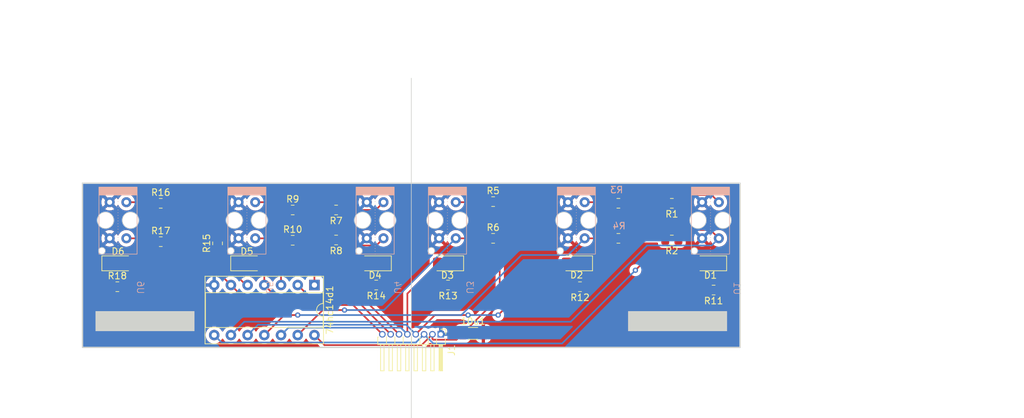
<source format=kicad_pcb>
(kicad_pcb (version 20240108) (generator "pcbnew") (generator_version "8.0")
  (layers (0 "F.Cu" signal) (31 "B.Cu" signal) (34 "B.Paste" user) (35 "F.Paste" user) (36 "B.SilkS" user "B.Silkscreen") (37 "F.SilkS" user "F.Silkscreen") (38 "B.Mask" user) (39 "F.Mask" user) (44 "Edge.Cuts" user))
  (net 0 "")
  (net 1 "Net-(R1-Pad1)")
  (net 2 "GND")
  (net 3 "Net-(R3-Pad1)")
  (net 4 "Net-(R16-Pad1)")
  (net 5 "VCC")
  (net 6 "/sensor1_unfiltered")
  (net 7 "/sensor1")
  (net 8 "/sensor2")
  (net 9 "/sensor3")
  (net 10 "/sensor4")
  (net 11 "/sensor6_unfiltered")
  (net 12 "Net-(R7-Pad1)")
  (net 13 "Net-(D4-K)")
  (net 14 "/sensor5")
  (net 15 "Net-(D1-K)")
  (net 16 "Net-(D2-K)")
  (net 17 "Net-(D3-K)")
  (net 18 "Net-(D5-K)")
  (net 19 "Net-(D6-K)")
  (net 20 "/sensor2_unfiltered")
  (net 21 "Net-(R5-Pad1)")
  (net 22 "/sensor3_unfiltered")
  (net 23 "/sensor4_unfiltered")
  (net 24 "Net-(R9-Pad1)")
  (net 25 "/sensor5_unfiltered")
  (net 26 "/sensor6")
  (footprint "Resistor_SMD:R_0805_2012Metric_Pad1.20x1.40mm_HandSolder" (layer "F.Cu") (at 193.04 83.058 180)
    (property "Reference" "R1" (at 0 -1.65 0) (layer "F.SilkS"))
    (property "Value" "220")
    (fp_line (start -0.227064 0.735) (end 0.227064 0.735) (stroke (width 0.12)) (layer "F.SilkS"))
    (fp_line (start -0.227064 -0.735) (end 0.227064 -0.735) (stroke (width 0.12)) (layer "F.SilkS"))
    (pad "1" smd roundrect (at -1 0 180) (size 1.2 1.4) (layers "F.Cu" "F.Paste" "F.Mask") (roundrect_rratio 0.208333) (net 1 "Net-(R1-Pad1)"))
    (pad "2" smd roundrect (at 1 0 180) (size 1.2 1.4) (layers "F.Cu" "F.Paste" "F.Mask") (roundrect_rratio 0.208333) (net 5 "VCC"))
  )
  (footprint "LED_SMD:LED_1206_3216Metric_Pad1.42x1.75mm_HandSolder" (layer "F.Cu") (at 147.916 92.202 180)
    (property "Reference" "D4" (at 0 -1.82 0) (layer "F.SilkS"))
    (property "Value" "LED")
    (fp_line (start 1.6 -1.135) (end -2.46 -1.135) (stroke (width 0.12)) (layer "F.SilkS"))
    (fp_line (start -2.46 1.135) (end 1.6 1.135) (stroke (width 0.12)) (layer "F.SilkS"))
    (fp_line (start -2.46 -1.135) (end -2.46 1.135) (stroke (width 0.12)) (layer "F.SilkS"))
    (pad "1" smd roundrect (at -1.4875 0 180) (size 1.425 1.75) (layers "F.Cu" "F.Paste" "F.Mask") (roundrect_rratio 0.175439) (net 13 "Net-(D4-K)"))
    (pad "2" smd roundrect (at 1.4875 0 180) (size 1.425 1.75) (layers "F.Cu" "F.Paste" "F.Mask") (roundrect_rratio 0.175439) (net 10 "/sensor4"))
  )
  (footprint "LED_SMD:LED_1206_3216Metric_Pad1.42x1.75mm_HandSolder" (layer "F.Cu") (at 158.916 92.202 180)
    (property "Reference" "D3" (at 0 -1.82 0) (layer "F.SilkS"))
    (property "Value" "LED")
    (fp_line (start 1.6 -1.135) (end -2.46 -1.135) (stroke (width 0.12)) (layer "F.SilkS"))
    (fp_line (start -2.46 1.135) (end 1.6 1.135) (stroke (width 0.12)) (layer "F.SilkS"))
    (fp_line (start -2.46 -1.135) (end -2.46 1.135) (stroke (width 0.12)) (layer "F.SilkS"))
    (pad "1" smd roundrect (at -1.4875 0 180) (size 1.425 1.75) (layers "F.Cu" "F.Paste" "F.Mask") (roundrect_rratio 0.175439) (net 17 "Net-(D3-K)"))
    (pad "2" smd roundrect (at 1.4875 0 180) (size 1.425 1.75) (layers "F.Cu" "F.Paste" "F.Mask") (roundrect_rratio 0.175439) (net 9 "/sensor3"))
  )
  (footprint "Resistor_SMD:R_0805_2012Metric_Pad1.20x1.40mm_HandSolder" (layer "F.Cu") (at 199.39 96.266 180)
    (property "Reference" "R11" (at 0 -1.65 0) (layer "F.SilkS"))
    (property "Value" "1k")
    (fp_line (start -0.227064 0.735) (end 0.227064 0.735) (stroke (width 0.12)) (layer "F.SilkS"))
    (fp_line (start -0.227064 -0.735) (end 0.227064 -0.735) (stroke (width 0.12)) (layer "F.SilkS"))
    (pad "1" smd roundrect (at -1 0 180) (size 1.2 1.4) (layers "F.Cu" "F.Paste" "F.Mask") (roundrect_rratio 0.208333) (net 15 "Net-(D1-K)"))
    (pad "2" smd roundrect (at 1 0 180) (size 1.2 1.4) (layers "F.Cu" "F.Paste" "F.Mask") (roundrect_rratio 0.208333) (net 2 "GND"))
  )
  (footprint "Capacitor_SMD:C_1206_3216Metric_Pad1.33x1.80mm_HandSolder" (layer "F.Cu") (at 162.814 102.87)
    (property "Reference" "10u1" (at 0 -1.85 0) (layer "F.SilkS"))
    (property "Value" "CAP")
    (fp_line (start -0.711252 -0.91) (end 0.711252 -0.91) (stroke (width 0.12)) (layer "F.SilkS"))
    (fp_line (start -0.711252 0.91) (end 0.711252 0.91) (stroke (width 0.12)) (layer "F.SilkS"))
    (pad "1" smd roundrect (at -1.5625 0) (size 1.325 1.8) (layers "F.Cu" "F.Paste" "F.Mask") (roundrect_rratio 0.188679) (net 5 "VCC"))
    (pad "2" smd roundrect (at 1.5625 0) (size 1.325 1.8) (layers "F.Cu" "F.Paste" "F.Mask") (roundrect_rratio 0.188679) (net 2 "GND"))
  )
  (footprint "Resistor_SMD:R_0805_2012Metric_Pad1.20x1.40mm_HandSolder" (layer "F.Cu") (at 123.952 89.154 90)
    (property "Reference" "R15" (at 0 -1.65 90) (layer "F.SilkS"))
    (property "Value" "1k")
    (fp_line (start -0.227064 -0.735) (end 0.227064 -0.735) (stroke (width 0.12)) (layer "F.SilkS"))
    (fp_line (start -0.227064 0.735) (end 0.227064 0.735) (stroke (width 0.12)) (layer "F.SilkS"))
    (pad "1" smd roundrect (at -1 0 90) (size 1.2 1.4) (layers "F.Cu" "F.Paste" "F.Mask") (roundrect_rratio 0.208333) (net 18 "Net-(D5-K)"))
    (pad "2" smd roundrect (at 1 0 90) (size 1.2 1.4) (layers "F.Cu" "F.Paste" "F.Mask") (roundrect_rratio 0.208333) (net 2 "GND"))
  )
  (footprint "Resistor_SMD:R_0805_2012Metric_Pad1.20x1.40mm_HandSolder" (layer "F.Cu") (at 193.04 88.646 180)
    (property "Reference" "R2" (at 0 -1.65 0) (layer "F.SilkS"))
    (property "Value" "10k")
    (fp_line (start -0.227064 0.735) (end 0.227064 0.735) (stroke (width 0.12)) (layer "F.SilkS"))
    (fp_line (start -0.227064 -0.735) (end 0.227064 -0.735) (stroke (width 0.12)) (layer "F.SilkS"))
    (pad "1" smd roundrect (at -1 0 180) (size 1.2 1.4) (layers "F.Cu" "F.Paste" "F.Mask") (roundrect_rratio 0.208333) (net 6 "/sensor1_unfiltered"))
    (pad "2" smd roundrect (at 1 0 180) (size 1.2 1.4) (layers "F.Cu" "F.Paste" "F.Mask") (roundrect_rratio 0.208333) (net 5 "VCC"))
  )
  (footprint "Connector_PinHeader_1.27mm:PinHeader_1x08_P1.27mm_Horizontal" (layer "F.Cu") (at 157.9 103 -90)
    (property "Reference" "J1" (at 2.4325 -1.635 90) (layer "F.SilkS"))
    (property "Value" "Conn_01x08_Pin")
    (fp_line (start 0.44 9.585) (end 0.44 9.509677) (stroke (width 0.12)) (layer "F.SilkS"))
    (fp_line (start 1.56 9.585) (end 0.44 9.585) (stroke (width 0.12)) (layer "F.SilkS"))
    (fp_line (start 5.56 9.15) (end 1.56 9.15) (stroke (width 0.12)) (layer "F.SilkS"))
    (fp_line (start 1.56 8.63) (end 5.56 8.63) (stroke (width 0.12)) (layer "F.SilkS"))
    (fp_line (start 5.56 8.63) (end 5.56 9.15) (stroke (width 0.12)) (layer "F.SilkS"))
    (fp_line (start 0.44 8.255) (end 1.56 8.255) (stroke (width 0.12)) (layer "F.SilkS"))
    (fp_line (start 0.44 8.239677) (end 0.44 8.270323) (stroke (width 0.12)) (layer "F.SilkS"))
    (fp_line (start 5.56 7.88) (end 1.56 7.88) (stroke (width 0.12)) (layer "F.SilkS"))
    (fp_line (start 1.56 7.36) (end 5.56 7.36) (stroke (width 0.12)) (layer "F.SilkS"))
    (fp_line (start 5.56 7.36) (end 5.56 7.88) (stroke (width 0.12)) (layer "F.SilkS"))
    (fp_line (start 0.44 6.985) (end 1.56 6.985) (stroke (width 0.12)) (layer "F.SilkS"))
    (fp_line (start 0.44 6.969677) (end 0.44 7.000323) (stroke (width 0.12)) (layer "F.SilkS"))
    (fp_line (start 5.56 6.61) (end 1.56 6.61) (stroke (width 0.12)) (layer "F.SilkS"))
    (fp_line (start 1.56 6.09) (end 5.56 6.09) (stroke (width 0.12)) (layer "F.SilkS"))
    (fp_line (start 5.56 6.09) (end 5.56 6.61) (stroke (width 0.12)) (layer "F.SilkS"))
    (fp_line (start 0.44 5.715) (end 1.56 5.715) (stroke (width 0.12)) (layer "F.SilkS"))
    (fp_line (start 0.44 5.699677) (end 0.44 5.730323) (stroke (width 0.12)) (layer "F.SilkS"))
    (fp_line (start 5.56 5.34) (end 1.56 5.34) (stroke (width 0.12)) (layer "F.SilkS"))
    (fp_line (start 1.56 4.82) (end 5.56 4.82) (stroke (width 0.12)) (layer "F.SilkS"))
    (fp_line (start 5.56 4.82) (end 5.56 5.34) (stroke (width 0.12)) (layer "F.SilkS"))
    (fp_line (start 0.44 4.445) (end 1.56 4.445) (stroke (width 0.12)) (layer "F.SilkS"))
    (fp_line (start 0.44 4.429677) (end 0.44 4.460323) (stroke (width 0.12)) (layer "F.SilkS"))
    (fp_line (start 5.56 4.07) (end 1.56 4.07) (stroke (width 0.12)) (layer "F.SilkS"))
    (fp_line (start 1.56 3.55) (end 5.56 3.55) (stroke (width 0.12)) (layer "F.SilkS"))
    (fp_line (start 5.56 3.55) (end 5.56 4.07) (stroke (width 0.12)) (layer "F.SilkS"))
    (fp_line (start 0.44 3.175) (end 1.56 3.175) (stroke (width 0.12)) (layer "F.SilkS"))
    (fp_line (start 0.44 3.159677) (end 0.44 3.190323) (stroke (width 0.12)) (layer "F.SilkS"))
    (fp_line (start 5.56 2.8) (end 1.56 2.8) (stroke (width 0.12)) (layer "F.SilkS"))
    (fp_line (start 1.56 2.28) (end 5.56 2.28) (stroke (width 0.12)) (layer "F.SilkS"))
    (fp_line (start 5.56 2.28) (end 5.56 2.8) (stroke (width 0.12)) (layer "F.SilkS"))
    (fp_line (start 0.44 1.905) (end 1.56 1.905) (stroke (width 0.12)) (layer "F.SilkS"))
    (fp_line (start 0.44 1.889677) (end 0.44 1.920323) (stroke (width 0.12)) (layer "F.SilkS"))
    (fp_line (start 5.56 1.53) (end 1.56 1.53) (stroke (width 0.12)) (layer "F.SilkS"))
    (fp_line (start 1.56 1.01) (end 5.56 1.01) (stroke (width 0.12)) (layer "F.SilkS"))
    (fp_line (start 5.56 1.01) (end 5.56 1.53) (stroke (width 0.12)) (layer "F.SilkS"))
    (fp_line (start 0.76 0.635) (end 1.56 0.635) (stroke (width 0.12)) (layer "F.SilkS"))
    (fp_line (start 5.56 0.26) (end 1.56 0.26) (stroke (width 0.12)) (layer "F.SilkS"))
    (fp_line (start 1.56 0.16) (end 5.56 0.16) (stroke (width 0.12)) (layer "F.SilkS"))
    (fp_line (start 1.56 0.04) (end 5.56 0.04) (stroke (width 0.12)) (layer "F.SilkS"))
    (fp_line (start -0.76 0) (end -0.76 -0.76) (stroke (width 0.12)) (layer "F.SilkS"))
    (fp_line (start 1.56 -0.08) (end 5.56 -0.08) (stroke (width 0.12)) (layer "F.SilkS"))
    (fp_line (start 1.56 -0.2) (end 5.56 -0.2) (stroke (width 0.12)) (layer "F.SilkS"))
    (fp_line (start 1.56 -0.26) (end 5.56 -0.26) (stroke (width 0.12)) (layer "F.SilkS"))
    (fp_line (start 5.56 -0.26) (end 5.56 0.26) (stroke (width 0.12)) (layer "F.SilkS"))
    (fp_line (start 0.76 -0.695) (end 1.56 -0.695) (stroke (width 0.12)) (layer "F.SilkS"))
    (fp_line (start 1.56 -0.695) (end 1.56 9.585) (stroke (width 0.12)) (layer "F.SilkS"))
    (fp_line (start -0.76 -0.76) (end 0 -0.76) (stroke (width 0.12)) (layer "F.SilkS"))
    (pad "1" thru_hole rect (at 0 0 270) (size 1 1) (drill 0.65) (layers "*.Cu" "*.Mask") (net 2 "GND"))
    (pad "2" thru_hole oval (at 0 1.27 270) (size 1 1) (drill 0.65) (layers "*.Cu" "*.Mask") (net 5 "VCC"))
    (pad "3" thru_hole oval (at 0 2.54 270) (size 1 1) (drill 0.65) (layers "*.Cu" "*.Mask") (net 7 "/sensor1"))
    (pad "4" thru_hole oval (at 0 3.81 270) (size 1 1) (drill 0.65) (layers "*.Cu" "*.Mask") (net 8 "/sensor2"))
    (pad "5" thru_hole oval (at 0 5.08 270) (size 1 1) (drill 0.65) (layers "*.Cu" "*.Mask") (net 9 "/sensor3"))
    (pad "6" thru_hole oval (at 0 6.35 270) (size 1 1) (drill 0.65) (layers "*.Cu" "*.Mask") (net 10 "/sensor4"))
    (pad "7" thru_hole oval (at 0 7.62 270) (size 1 1) (drill 0.65) (layers "*.Cu" "*.Mask") (net 14 "/sensor5"))
    (pad "8" thru_hole oval (at 0 8.89 270) (size 1 1) (drill 0.65) (layers "*.Cu" "*.Mask") (net 26 "/sensor6"))
  )
  (footprint "Resistor_SMD:R_0805_2012Metric_Pad1.20x1.40mm_HandSolder" (layer "F.Cu") (at 184.912 88.392)
    (property "Reference" "R4" (at 0.108 -1.878 0) (layer "B.SilkS") (effects (justify mirror)))
    (property "Value" "10k")
    (fp_line (start -0.227064 -0.735) (end 0.227064 -0.735) (stroke (width 0.12)) (layer "F.SilkS"))
    (fp_line (start -0.227064 0.735) (end 0.227064 0.735) (stroke (width 0.12)) (layer "F.SilkS"))
    (pad "1" smd roundrect (at -1 0) (size 1.2 1.4) (layers "F.Cu" "F.Paste" "F.Mask") (roundrect_rratio 0.208333) (net 20 "/sensor2_unfiltered"))
    (pad "2" smd roundrect (at 1 0) (size 1.2 1.4) (layers "F.Cu" "F.Paste" "F.Mask") (roundrect_rratio 0.208333) (net 5 "VCC"))
  )
  (footprint "Resistor_SMD:R_0805_2012Metric_Pad1.20x1.40mm_HandSolder" (layer "F.Cu") (at 135.382 88.6856)
    (property "Reference" "R10" (at 0 -1.65 0) (layer "F.SilkS"))
    (property "Value" "10k")
    (fp_line (start -0.227064 -0.735) (end 0.227064 -0.735) (stroke (width 0.12)) (layer "F.SilkS"))
    (fp_line (start -0.227064 0.735) (end 0.227064 0.735) (stroke (width 0.12)) (layer "F.SilkS"))
    (pad "1" smd roundrect (at -1 0) (size 1.2 1.4) (layers "F.Cu" "F.Paste" "F.Mask") (roundrect_rratio 0.208333) (net 25 "/sensor5_unfiltered"))
    (pad "2" smd roundrect (at 1 0) (size 1.2 1.4) (layers "F.Cu" "F.Paste" "F.Mask") (roundrect_rratio 0.208333) (net 5 "VCC"))
  )
  (footprint "LED_SMD:LED_1206_3216Metric_Pad1.42x1.75mm_HandSolder" (layer "F.Cu") (at 128.416 92.202)
    (property "Reference" "D5" (at 0 -1.82 0) (layer "F.SilkS"))
    (property "Value" "LED")
    (fp_line (start -2.46 -1.135) (end -2.46 1.135) (stroke (width 0.12)) (layer "F.SilkS"))
    (fp_line (start -2.46 1.135) (end 1.6 1.135) (stroke (width 0.12)) (layer "F.SilkS"))
    (fp_line (start 1.6 -1.135) (end -2.46 -1.135) (stroke (width 0.12)) (layer "F.SilkS"))
    (pad "1" smd roundrect (at -1.4875 0) (size 1.425 1.75) (layers "F.Cu" "F.Paste" "F.Mask") (roundrect_rratio 0.175439) (net 18 "Net-(D5-K)"))
    (pad "2" smd roundrect (at 1.4875 0) (size 1.425 1.75) (layers "F.Cu" "F.Paste" "F.Mask") (roundrect_rratio 0.175439) (net 14 "/sensor5"))
  )
  (footprint "Resistor_SMD:R_0805_2012Metric_Pad1.20x1.40mm_HandSolder" (layer "F.Cu") (at 159.004 95.504 180)
    (property "Reference" "R13" (at 0 -1.65 0) (layer "F.SilkS"))
    (property "Value" "1k")
    (fp_line (start -0.227064 0.735) (end 0.227064 0.735) (stroke (width 0.12)) (layer "F.SilkS"))
    (fp_line (start -0.227064 -0.735) (end 0.227064 -0.735) (stroke (width 0.12)) (layer "F.SilkS"))
    (pad "1" smd roundrect (at -1 0 180) (size 1.2 1.4) (layers "F.Cu" "F.Paste" "F.Mask") (roundrect_rratio 0.208333) (net 17 "Net-(D3-K)"))
    (pad "2" smd roundrect (at 1 0 180) (size 1.2 1.4) (layers "F.Cu" "F.Paste" "F.Mask") (roundrect_rratio 0.208333) (net 2 "GND"))
  )
  (footprint "Resistor_SMD:R_0805_2012Metric_Pad1.20x1.40mm_HandSolder" (layer "F.Cu") (at 141.986 84.074 180)
    (property "Reference" "R7" (at 0 -1.65 0) (layer "F.SilkS"))
    (property "Value" "220")
    (fp_line (start -0.227064 0.735) (end 0.227064 0.735) (stroke (width 0.12)) (layer "F.SilkS"))
    (fp_line (start -0.227064 -0.735) (end 0.227064 -0.735) (stroke (width 0.12)) (layer "F.SilkS"))
    (pad "1" smd roundrect (at -1 0 180) (size 1.2 1.4) (layers "F.Cu" "F.Paste" "F.Mask") (roundrect_rratio 0.208333) (net 12 "Net-(R7-Pad1)"))
    (pad "2" smd roundrect (at 1 0 180) (size 1.2 1.4) (layers "F.Cu" "F.Paste" "F.Mask") (roundrect_rratio 0.208333) (net 5 "VCC"))
  )
  (footprint "LED_SMD:LED_1206_3216Metric_Pad1.42x1.75mm_HandSolder" (layer "F.Cu") (at 178.516 92.202 180)
    (property "Reference" "D2" (at -0.046 -1.778 0) (layer "F.SilkS"))
    (property "Value" "LED")
    (fp_line (start 1.6 -1.135) (end -2.46 -1.135) (stroke (width 0.12)) (layer "F.SilkS"))
    (fp_line (start -2.46 1.135) (end 1.6 1.135) (stroke (width 0.12)) (layer "F.SilkS"))
    (fp_line (start -2.46 -1.135) (end -2.46 1.135) (stroke (width 0.12)) (layer "F.SilkS"))
    (pad "1" smd roundrect (at -1.4875 0 180) (size 1.425 1.75) (layers "F.Cu" "F.Paste" "F.Mask") (roundrect_rratio 0.175439) (net 16 "Net-(D2-K)"))
    (pad "2" smd roundrect (at 1.4875 0 180) (size 1.425 1.75) (layers "F.Cu" "F.Paste" "F.Mask") (roundrect_rratio 0.175439) (net 8 "/sensor2"))
  )
  (footprint "Resistor_SMD:R_0805_2012Metric_Pad1.20x1.40mm_HandSolder" (layer "F.Cu") (at 165.862 88.392)
    (property "Reference" "R6" (at 0 -1.65 0) (layer "F.SilkS"))
    (property "Value" "10k")
    (fp_line (start -0.227064 -0.735) (end 0.227064 -0.735) (stroke (width 0.12)) (layer "F.SilkS"))
    (fp_line (start -0.227064 0.735) (end 0.227064 0.735) (stroke (width 0.12)) (layer "F.SilkS"))
    (pad "1" smd roundrect (at -1 0) (size 1.2 1.4) (layers "F.Cu" "F.Paste" "F.Mask") (roundrect_rratio 0.208333) (net 22 "/sensor3_unfiltered"))
    (pad "2" smd roundrect (at 1 0) (size 1.2 1.4) (layers "F.Cu" "F.Paste" "F.Mask") (roundrect_rratio 0.208333) (net 5 "VCC"))
  )
  (footprint "Resistor_SMD:R_0805_2012Metric_Pad1.20x1.40mm_HandSolder" (layer "F.Cu") (at 108.712 95.758)
    (property "Reference" "R18" (at 0 -1.65 0) (layer "F.SilkS"))
    (property "Value" "1k")
    (fp_line (start -0.227064 -0.735) (end 0.227064 -0.735) (stroke (width 0.12)) (layer "F.SilkS"))
    (fp_line (start -0.227064 0.735) (end 0.227064 0.735) (stroke (width 0.12)) (layer "F.SilkS"))
    (pad "1" smd roundrect (at -1 0) (size 1.2 1.4) (layers "F.Cu" "F.Paste" "F.Mask") (roundrect_rratio 0.208333) (net 19 "Net-(D6-K)"))
    (pad "2" smd roundrect (at 1 0) (size 1.2 1.4) (layers "F.Cu" "F.Paste" "F.Mask") (roundrect_rratio 0.208333) (net 2 "GND"))
  )
  (footprint "Resistor_SMD:R_0805_2012Metric_Pad1.20x1.40mm_HandSolder" (layer "F.Cu") (at 135.382 84.074)
    (property "Reference" "R9" (at 0 -1.65 0) (layer "F.SilkS"))
    (property "Value" "220")
    (fp_line (start -0.227064 -0.735) (end 0.227064 -0.735) (stroke (width 0.12)) (layer "F.SilkS"))
    (fp_line (start -0.227064 0.735) (end 0.227064 0.735) (stroke (width 0.12)) (layer "F.SilkS"))
    (pad "1" smd roundrect (at -1 0) (size 1.2 1.4) (layers "F.Cu" "F.Paste" "F.Mask") (roundrect_rratio 0.208333) (net 24 "Net-(R9-Pad1)"))
    (pad "2" smd roundrect (at 1 0) (size 1.2 1.4) (layers "F.Cu" "F.Paste" "F.Mask") (roundrect_rratio 0.208333) (net 5 "VCC"))
  )
  (footprint "LED_SMD:LED_1206_3216Metric_Pad1.42x1.75mm_HandSolder" (layer "F.Cu") (at 108.816 92.202)
    (property "Reference" "D6" (at 0 -1.82 0) (layer "F.SilkS"))
    (property "Value" "LED")
    (fp_line (start -2.46 -1.135) (end -2.46 1.135) (stroke (width 0.12)) (layer "F.SilkS"))
    (fp_line (start -2.46 1.135) (end 1.6 1.135) (stroke (width 0.12)) (layer "F.SilkS"))
    (fp_line (start 1.6 -1.135) (end -2.46 -1.135) (stroke (width 0.12)) (layer "F.SilkS"))
    (pad "1" smd roundrect (at -1.4875 0) (size 1.425 1.75) (layers "F.Cu" "F.Paste" "F.Mask") (roundrect_rratio 0.175439) (net 19 "Net-(D6-K)"))
    (pad "2" smd roundrect (at 1.4875 0) (size 1.425 1.75) (layers "F.Cu" "F.Paste" "F.Mask") (roundrect_rratio 0.175439) (net 26 "/sensor6"))
  )
  (footprint "Resistor_SMD:R_0805_2012Metric_Pad1.20x1.40mm_HandSolder" (layer "F.Cu") (at 141.986 88.646 180)
    (property "Reference" "R8" (at 0 -1.65 0) (layer "F.SilkS"))
    (property "Value" "10k")
    (fp_line (start -0.227064 0.735) (end 0.227064 0.735) (stroke (width 0.12)) (layer "F.SilkS"))
    (fp_line (start -0.227064 -0.735) (end 0.227064 -0.735) (stroke (width 0.12)) (layer "F.SilkS"))
    (pad "1" smd roundrect (at -1 0 180) (size 1.2 1.4) (layers "F.Cu" "F.Paste" "F.Mask") (roundrect_rratio 0.208333) (net 23 "/sensor4_unfiltered"))
    (pad "2" smd roundrect (at 1 0 180) (size 1.2 1.4) (layers "F.Cu" "F.Paste" "F.Mask") (roundrect_rratio 0.208333) (net 5 "VCC"))
  )
  (footprint "Resistor_SMD:R_0805_2012Metric_Pad1.20x1.40mm_HandSolder" (layer "F.Cu") (at 115.316 83.058)
    (property "Reference" "R16" (at 0 -1.65 0) (layer "F.SilkS"))
    (property "Value" "220")
    (fp_line (start -0.227064 -0.735) (end 0.227064 -0.735) (stroke (width 0.12)) (layer "F.SilkS"))
    (fp_line (start -0.227064 0.735) (end 0.227064 0.735) (stroke (width 0.12)) (layer "F.SilkS"))
    (pad "1" smd roundrect (at -1 0) (size 1.2 1.4) (layers "F.Cu" "F.Paste" "F.Mask") (roundrect_rratio 0.208333) (net 4 "Net-(R16-Pad1)"))
    (pad "2" smd roundrect (at 1 0) (size 1.2 1.4) (layers "F.Cu" "F.Paste" "F.Mask") (roundrect_rratio 0.208333) (net 5 "VCC"))
  )
  (footprint "Package_DIP:DIP-14_W7.62mm_Socket" (layer "F.Cu") (at 138.684 95.504 -90)
    (property "Reference" "74hc14d1" (at 3.81 -2.33 90) (layer "F.SilkS"))
    (property "Value" "A_14-LC-TT")
    (fp_line (start -1.33 16.63) (end 8.95 16.63) (stroke (width 0.12)) (layer "F.SilkS"))
    (fp_line (start 8.95 16.63) (end 8.95 -1.39) (stroke (width 0.12)) (layer "F.SilkS"))
    (fp_line (start 1.16 16.57) (end 6.46 16.57) (stroke (width 0.12)) (layer "F.SilkS"))
    (fp_line (start 6.46 16.57) (end 6.46 -1.33) (stroke (width 0.12)) (layer "F.SilkS"))
    (fp_line (start 1.16 -1.33) (end 1.16 16.57) (stroke (width 0.12)) (layer "F.SilkS"))
    (fp_line (start 2.81 -1.33) (end 1.16 -1.33) (stroke (width 0.12)) (layer "F.SilkS"))
    (fp_line (start 6.46 -1.33) (end 4.81 -1.33) (stroke (width 0.12)) (layer "F.SilkS"))
    (fp_line (start -1.33 -1.39) (end -1.33 16.63) (stroke (width 0.12)) (layer "F.SilkS"))
    (fp_line (start 8.95 -1.39) (end -1.33 -1.39) (stroke (width 0.12)) (layer "F.SilkS"))
    (fp_arc (start 4.81 -1.33) (mid 3.81 -0.33) (end 2.81 -1.33) (stroke (width 0.12)) (layer "F.SilkS"))
    (pad "1" thru_hole rect (at 0 0 270) (size 1.6 1.6) (drill 0.8) (layers "*.Cu" "*.Mask") (net 23 "/sensor4_unfiltered"))
    (pad "2" thru_hole oval (at 0 2.54 270) (size 1.6 1.6) (drill 0.8) (layers "*.Cu" "*.Mask") (net 10 "/sensor4"))
    (pad "3" thru_hole oval (at 0 5.08 270) (size 1.6 1.6) (drill 0.8) (layers "*.Cu" "*.Mask") (net 25 "/sensor5_unfiltered"))
    (pad "4" thru_hole oval (at 0 7.62 270) (size 1.6 1.6) (drill 0.8) (layers "*.Cu" "*.Mask") (net 14 "/sensor5"))
    (pad "5" thru_hole oval (at 0 10.16 270) (size 1.6 1.6) (drill 0.8) (layers "*.Cu" "*.Mask") (net 11 "/sensor6_unfiltered"))
    (pad "6" thru_hole oval (at 0 12.7 270) (size 1.6 1.6) (drill 0.8) (layers "*.Cu" "*.Mask") (net 26 "/sensor6"))
    (pad "7" thru_hole oval (at 0 15.24 270) (size 1.6 1.6) (drill 0.8) (layers "*.Cu" "*.Mask") (net 2 "GND"))
    (pad "8" thru_hole oval (at 7.62 15.24 270) (size 1.6 1.6) (drill 0.8) (layers "*.Cu" "*.Mask") (net 7 "/sensor1"))
    (pad "9" thru_hole oval (at 7.62 12.7 270) (size 1.6 1.6) (drill 0.8) (layers "*.Cu" "*.Mask") (net 6 "/sensor1_unfiltered"))
    (pad "10" thru_hole oval (at 7.62 10.16 270) (size 1.6 1.6) (drill 0.8) (layers "*.Cu" "*.Mask") (net 8 "/sensor2"))
    (pad "11" thru_hole oval (at 7.62 7.62 270) (size 1.6 1.6) (drill 0.8) (layers "*.Cu" "*.Mask") (net 20 "/sensor2_unfiltered"))
    (pad "12" thru_hole oval (at 7.62 5.08 270) (size 1.6 1.6) (drill 0.8) (layers "*.Cu" "*.Mask") (net 9 "/sensor3"))
    (pad "13" thru_hole oval (at 7.62 2.54 270) (size 1.6 1.6) (drill 0.8) (layers "*.Cu" "*.Mask") (net 22 "/sensor3_unfiltered"))
    (pad "14" thru_hole oval (at 7.62 0 270) (size 1.6 1.6) (drill 0.8) (layers "*.Cu" "*.Mask") (net 5 "VCC"))
  )
  (footprint "Resistor_SMD:R_0805_2012Metric_Pad1.20x1.40mm_HandSolder" (layer "F.Cu") (at 165.862 82.804)
    (property "Reference" "R5" (at 0 -1.65 0) (layer "F.SilkS"))
    (property "Value" "220")
    (fp_line (start -0.227064 -0.735) (end 0.227064 -0.735) (stroke (width 0.12)) (layer "F.SilkS"))
    (fp_line (start -0.227064 0.735) (end 0.227064 0.735) (stroke (width 0.12)) (layer "F.SilkS"))
    (pad "1" smd roundrect (at -1 0) (size 1.2 1.4) (layers "F.Cu" "F.Paste" "F.Mask") (roundrect_rratio 0.208333) (net 21 "Net-(R5-Pad1)"))
    (pad "2" smd roundrect (at 1 0) (size 1.2 1.4) (layers "F.Cu" "F.Paste" "F.Mask") (roundrect_rratio 0.208333) (net 5 "VCC"))
  )
  (footprint "Resistor_SMD:R_0805_2012Metric_Pad1.20x1.40mm_HandSolder" (layer "F.Cu") (at 148.082 95.504 180)
    (property "Reference" "R14" (at 0 -1.65 0) (layer "F.SilkS"))
    (property "Value" "1k")
    (fp_line (start -0.227064 0.735) (end 0.227064 0.735) (stroke (width 0.12)) (layer "F.SilkS"))
    (fp_line (start -0.227064 -0.735) (end 0.227064 -0.735) (stroke (width 0.12)) (layer "F.SilkS"))
    (pad "1" smd roundrect (at -1 0 180) (size 1.2 1.4) (layers "F.Cu" "F.Paste" "F.Mask") (roundrect_rratio 0.208333) (net 13 "Net-(D4-K)"))
    (pad "2" smd roundrect (at 1 0 180) (size 1.2 1.4) (layers "F.Cu" "F.Paste" "F.Mask") (roundrect_rratio 0.208333) (net 2 "GND"))
  )
  (footprint "LED_SMD:LED_1206_3216Metric_Pad1.42x1.75mm_HandSolder" (layer "F.Cu") (at 198.916 92.202 180)
    (property "Reference" "D1" (at 0 -1.82 0) (layer "F.SilkS"))
    (property "Value" "LED")
    (fp_line (start 1.6 -1.135) (end -2.46 -1.135) (stroke (width 0.12)) (layer "F.SilkS"))
    (fp_line (start -2.46 1.135) (end 1.6 1.135) (stroke (width 0.12)) (layer "F.SilkS"))
    (fp_line (start -2.46 -1.135) (end -2.46 1.135) (stroke (width 0.12)) (layer "F.SilkS"))
    (pad "1" smd roundrect (at -1.4875 0 180) (size 1.425 1.75) (layers "F.Cu" "F.Paste" "F.Mask") (roundrect_rratio 0.175439) (net 15 "Net-(D1-K)"))
    (pad "2" smd roundrect (at 1.4875 0 180) (size 1.425 1.75) (layers "F.Cu" "F.Paste" "F.Mask") (roundrect_rratio 0.175439) (net 7 "/sensor1"))
  )
  (footprint "Resistor_SMD:R_0805_2012Metric_Pad1.20x1.40mm_HandSolder" (layer "F.Cu") (at 184.912 83.058)
    (property "Reference" "R3" (at -0.2754 -2.039 0) (layer "B.SilkS") (effects (justify mirror)))
    (property "Value" "220")
    (fp_line (start -0.227064 -0.735) (end 0.227064 -0.735) (stroke (width 0.12)) (layer "F.SilkS"))
    (fp_line (start -0.227064 0.735) (end 0.227064 0.735) (stroke (width 0.12)) (layer "F.SilkS"))
    (pad "1" smd roundrect (at -1 0) (size 1.2 1.4) (layers "F.Cu" "F.Paste" "F.Mask") (roundrect_rratio 0.208333) (net 3 "Net-(R3-Pad1)"))
    (pad "2" smd roundrect (at 1 0) (size 1.2 1.4) (layers "F.Cu" "F.Paste" "F.Mask") (roundrect_rratio 0.208333) (net 5 "VCC"))
  )
  (footprint "Resistor_SMD:R_0805_2012Metric_Pad1.20x1.40mm_HandSolder" (layer "F.Cu") (at 115.316 88.9)
    (property "Reference" "R17" (at 0 -1.65 0) (layer "F.SilkS"))
    (property "Value" "10k")
    (fp_line (start -0.227064 -0.735) (end 0.227064 -0.735) (stroke (width 0.12)) (layer "F.SilkS"))
    (fp_line (start -0.227064 0.735) (end 0.227064 0.735) (stroke (width 0.12)) (layer "F.SilkS"))
    (pad "1" smd roundrect (at -1 0) (size 1.2 1.4) (layers "F.Cu" "F.Paste" "F.Mask") (roundrect_rratio 0.208333) (net 11 "/sensor6_unfiltered"))
    (pad "2" smd roundrect (at 1 0) (size 1.2 1.4) (layers "F.Cu" "F.Paste" "F.Mask") (roundrect_rratio 0.208333) (net 5 "VCC"))
  )
  (footprint "Resistor_SMD:R_0805_2012Metric_Pad1.20x1.40mm_HandSolder" (layer "F.Cu") (at 179.07 95.758 180)
    (property "Reference" "R12" (at 0 -1.65 0) (layer "F.SilkS"))
    (property "Value" "1k")
    (fp_line (start -0.227064 0.735) (end 0.227064 0.735) (stroke (width 0.12)) (layer "F.SilkS"))
    (fp_line (start -0.227064 -0.735) (end 0.227064 -0.735) (stroke (width 0.12)) (layer "F.SilkS"))
    (pad "1" smd roundrect (at -1 0 180) (size 1.2 1.4) (layers "F.Cu" "F.Paste" "F.Mask") (roundrect_rratio 0.208333) (net 16 "Net-(D2-K)"))
    (pad "2" smd roundrect (at 1 0 180) (size 1.2 1.4) (layers "F.Cu" "F.Paste" "F.Mask") (roundrect_rratio 0.208333) (net 2 "GND"))
  )
  (footprint "tcrt5000:tcrt5000" (layer "B.Cu") (at 201.816 90.793 90)
    (property "Reference" "U1" (at -5.219 1.13 -90) (layer "B.SilkS") (effects (font (thickness 0.1)) (justify mirror)))
    (property "Value" "TCMT4106")
    (fp_line (start 0 -2.9) (end 10.2 -2.9) (stroke (width 0.1) (type dot)) (layer "B.SilkS"))
    (fp_rect (start 9 0) (end 10.2 -5.8) (stroke (width 0.1)) (fill solid) (layer "B.SilkS"))
    (fp_rect (start 0 0) (end 9 -5.8) (stroke (width 0.1)) (fill none) (layer "B.SilkS"))
    (fp_circle (center 0.5 -5.35) (end 1 -5.35) (stroke (width 0.1)) (fill none) (layer "Edge.Cuts"))
    (fp_circle (center 5.15 -4.8) (end 6.4 -4.8) (stroke (width 0.1)) (fill none) (layer "Edge.Cuts"))
    (fp_circle (center 5.15 -1) (end 6.4 -1) (stroke (width 0.1)) (fill none) (layer "Edge.Cuts"))
    (pad "1" thru_hole circle (at 7.9 -1.63 90) (size 1.524 1.524) (drill 0.762) (layers "*.Cu" "*.Mask") (net 1 "Net-(R1-Pad1)"))
    (pad "2" thru_hole circle (at 7.9 -4.17 90) (size 1.524 1.524) (drill 0.762) (layers "*.Cu" "*.Mask") (net 2 "GND"))
    (pad "15" thru_hole circle (at 2.4 -4.17 90) (size 1.524 1.524) (drill 0.762) (layers "*.Cu" "*.Mask") (net 2 "GND"))
    (pad "16" thru_hole circle (at 2.4 -1.63 90) (size 1.524 1.524) (drill 0.762) (layers "*.Cu" "*.Mask") (net 6 "/sensor1_unfiltered"))
  )
  (footprint "tcrt5000:tcrt5000" (layer "B.Cu") (at 150.816 90.793 90)
    (property "Reference" "U4" (at -5.08 0.5 -90) (layer "B.SilkS") (effects (font (thickness 0.1)) (justify mirror)))
    (property "Value" "TCMT4106")
    (fp_line (start 0 -2.9) (end 10.2 -2.9) (stroke (width 0.1) (type dot)) (layer "B.SilkS"))
    (fp_rect (start 9 0) (end 10.2 -5.8) (stroke (width 0.1)) (fill solid) (layer "B.SilkS"))
    (fp_rect (start 0 0) (end 9 -5.8) (stroke (width 0.1)) (fill none) (layer "B.SilkS"))
    (fp_circle (center 0.5 -5.35) (end 1 -5.35) (stroke (width 0.1)) (fill none) (layer "Edge.Cuts"))
    (fp_circle (center 5.15 -4.8) (end 6.4 -4.8) (stroke (width 0.1)) (fill none) (layer "Edge.Cuts"))
    (fp_circle (center 5.15 -1) (end 6.4 -1) (stroke (width 0.1)) (fill none) (layer "Edge.Cuts"))
    (pad "1" thru_hole circle (at 7.9 -1.63 90) (size 1.524 1.524) (drill 0.762) (layers "*.Cu" "*.Mask") (net 12 "Net-(R7-Pad1)"))
    (pad "2" thru_hole circle (at 7.9 -4.17 90) (size 1.524 1.524) (drill 0.762) (layers "*.Cu" "*.Mask") (net 2 "GND"))
    (pad "15" thru_hole circle (at 2.4 -4.17 90) (size 1.524 1.524) (drill 0.762) (layers "*.Cu" "*.Mask") (net 2 "GND"))
    (pad "16" thru_hole circle (at 2.4 -1.63 90) (size 1.524 1.524) (drill 0.762) (layers "*.Cu" "*.Mask") (net 23 "/sensor4_unfiltered"))
  )
  (footprint "tcrt5000:tcrt5000" (layer "B.Cu") (at 131.316 90.793 90)
    (property "Reference" "U5" (at -5.08 0.5 -90) (layer "B.SilkS") (effects (font (thickness 0.1)) (justify mirror)))
    (property "Value" "TCMT4106")
    (fp_line (start 0 -2.9) (end 10.2 -2.9) (stroke (width 0.1) (type dot)) (layer "B.SilkS"))
    (fp_rect (start 9 0) (end 10.2 -5.8) (stroke (width 0.1)) (fill solid) (layer "B.SilkS"))
    (fp_rect (start 0 0) (end 9 -5.8) (stroke (width 0.1)) (fill none) (layer "B.SilkS"))
    (fp_circle (center 0.5 -5.35) (end 1 -5.35) (stroke (width 0.1)) (fill none) (layer "Edge.Cuts"))
    (fp_circle (center 5.15 -4.8) (end 6.4 -4.8) (stroke (width 0.1)) (fill none) (layer "Edge.Cuts"))
    (fp_circle (center 5.15 -1) (end 6.4 -1) (stroke (width 0.1)) (fill none) (layer "Edge.Cuts"))
    (pad "1" thru_hole circle (at 7.9 -1.63 90) (size 1.524 1.524) (drill 0.762) (layers "*.Cu" "*.Mask") (net 24 "Net-(R9-Pad1)"))
    (pad "2" thru_hole circle (at 7.9 -4.17 90) (size 1.524 1.524) (drill 0.762) (layers "*.Cu" "*.Mask") (net 2 "GND"))
    (pad "15" thru_hole circle (at 2.4 -4.17 90) (size 1.524 1.524) (drill 0.762) (layers "*.Cu" "*.Mask") (net 2 "GND"))
    (pad "16" thru_hole circle (at 2.4 -1.63 90) (size 1.524 1.524) (drill 0.762) (layers "*.Cu" "*.Mask") (net 25 "/sensor5_unfiltered"))
  )
  (footprint "tcrt5000:tcrt5000" (layer "B.Cu") (at 111.716 90.793 90)
    (property "Reference" "U6" (at -5.08 0.5 -90) (layer "B.SilkS") (effects (font (thickness 0.1)) (justify mirror)))
    (property "Value" "TCMT4106")
    (fp_line (start 0 -2.9) (end 10.2 -2.9) (stroke (width 0.1) (type dot)) (layer "B.SilkS"))
    (fp_rect (start 9 0) (end 10.2 -5.8) (stroke (width 0.1)) (fill solid) (layer "B.SilkS"))
    (fp_rect (start 0 0) (end 9 -5.8) (stroke (width 0.1)) (fill none) (layer "B.SilkS"))
    (fp_circle (center 0.5 -5.35) (end 1 -5.35) (stroke (width 0.1)) (fill none) (layer "Edge.Cuts"))
    (fp_circle (center 5.15 -4.8) (end 6.4 -4.8) (stroke (width 0.1)) (fill none) (layer "Edge.Cuts"))
    (fp_circle (center 5.15 -1) (end 6.4 -1) (stroke (width 0.1)) (fill none) (layer "Edge.Cuts"))
    (pad "1" thru_hole circle (at 7.9 -1.63 90) (size 1.524 1.524) (drill 0.762) (layers "*.Cu" "*.Mask") (net 4 "Net-(R16-Pad1)"))
    (pad "2" thru_hole circle (at 7.9 -4.17 90) (size 1.524 1.524) (drill 0.762) (layers "*.Cu" "*.Mask") (net 2 "GND"))
    (pad "15" thru_hole circle (at 2.4 -4.17 90) (size 1.524 1.524) (drill 0.762) (layers "*.Cu" "*.Mask") (net 2 "GND"))
    (pad "16" thru_hole circle (at 2.4 -1.63 90) (size 1.524 1.524) (drill 0.762) (layers "*.Cu" "*.Mask") (net 11 "/sensor6_unfiltered"))
  )
  (footprint "tcrt5000:tcrt5000" (layer "B.Cu") (at 161.816 90.793 90)
    (property "Reference" "U3" (at -5.08 0.5 -90) (layer "B.SilkS") (effects (font (thickness 0.1)) (justify mirror)))
    (property "Value" "TCMT4106")
    (fp_line (start 0 -2.9) (end 10.2 -2.9) (stroke (width 0.1) (type dot)) (layer "B.SilkS"))
    (fp_rect (start 9 0) (end 10.2 -5.8) (stroke (width 0.1)) (fill solid) (layer "B.SilkS"))
    (fp_rect (start 0 0) (end 9 -5.8) (stroke (width 0.1)) (fill none) (layer "B.SilkS"))
    (fp_circle (center 0.5 -5.35) (end 1 -5.35) (stroke (width 0.1)) (fill none) (layer "Edge.Cuts"))
    (fp_circle (center 5.15 -4.8) (end 6.4 -4.8) (stroke (width 0.1)) (fill none) (layer "Edge.Cuts"))
    (fp_circle (center 5.15 -1) (end 6.4 -1) (stroke (width 0.1)) (fill none) (layer "Edge.Cuts"))
    (pad "1" thru_hole circle (at 7.9 -1.63 90) (size 1.524 1.524) (drill 0.762) (layers "*.Cu" "*.Mask") (net 21 "Net-(R5-Pad1)"))
    (pad "2" thru_hole circle (at 7.9 -4.17 90) (size 1.524 1.524) (drill 0.762) (layers "*.Cu" "*.Mask") (net 2 "GND"))
    (pad "15" thru_hole circle (at 2.4 -4.17 90) (size 1.524 1.524) (drill 0.762) (layers "*.Cu" "*.Mask") (net 2 "GND"))
    (pad "16" thru_hole circle (at 2.4 -1.63 90) (size 1.524 1.524) (drill 0.762) (layers "*.Cu" "*.Mask") (net 22 "/sensor3_unfiltered"))
  )
  (footprint "tcrt5000:tcrt5000" (layer "B.Cu") (at 181.416 90.793 90)
    (property "Reference" "U2" (hide yes))
    (property "Value" "TCMT4106")
    (fp_line (start 0 -2.9) (end 10.2 -2.9) (stroke (width 0.1) (type dot)) (layer "B.SilkS"))
    (fp_rect (start 9 0) (end 10.2 -5.8) (stroke (width 0.1)) (fill solid) (layer "B.SilkS"))
    (fp_rect (start 0 0) (end 9 -5.8) (stroke (width 0.1)) (fill none) (layer "B.SilkS"))
    (fp_circle (center 0.5 -5.35) (end 1 -5.35) (stroke (width 0.1)) (fill none) (layer "Edge.Cuts"))
    (fp_circle (center 5.15 -4.8) (end 6.4 -4.8) (stroke (width 0.1)) (fill none) (layer "Edge.Cuts"))
    (fp_circle (center 5.15 -1) (end 6.4 -1) (stroke (width 0.1)) (fill none) (layer "Edge.Cuts"))
    (pad "1" thru_hole circle (at 7.9 -1.63 90) (size 1.524 1.524) (drill 0.762) (layers "*.Cu" "*.Mask") (net 3 "Net-(R3-Pad1)"))
    (pad "2" thru_hole circle (at 7.9 -4.17 90) (size 1.524 1.524) (drill 0.762) (layers "*.Cu" "*.Mask") (net 2 "GND"))
    (pad "15" thru_hole circle (at 2.4 -4.17 90) (size 1.524 1.524) (drill 0.762) (layers "*.Cu" "*.Mask") (net 2 "GND"))
    (pad "16" thru_hole circle (at 2.4 -1.63 90) (size 1.524 1.524) (drill 0.762) (layers "*.Cu" "*.Mask") (net 20 "/sensor2_unfiltered"))
  )
  (gr_line (start 153.416 64) (end 153.416 115.75) (stroke (width 0.1)) (layer "Edge.Cuts"))
  (gr_rect (start 186.416 99.5) (end 201.416 102.5) (stroke (width 0.05)) (fill solid) (layer "Edge.Cuts"))
  (gr_rect (start 103.416 80) (end 203.416 105) (stroke (width 0.2)) (fill none) (layer "Edge.Cuts"))
  (gr_rect (start 105.416 99.5) (end 120.416 102.5) (stroke (width 0.05)) (fill solid) (layer "Edge.Cuts"))
  (segment (start 199.099 81.806) (end 200.186 82.893) (width 0.25) (layer "F.Cu") (net 1))
  (segment (start 194.04 83.058) (end 195.292 81.806) (width 0.25) (layer "F.Cu") (net 1))
  (segment (start 195.292 81.806) (end 199.099 81.806) (width 0.25) (layer "F.Cu") (net 1))
  (segment (start 179.786 82.893) (end 183.747 82.893) (width 0.25) (layer "F.Cu") (net 3))
  (segment (start 183.747 82.893) (end 183.912 83.058) (width 0.25) (layer "F.Cu") (net 3))
  (segment (start 114.151 82.893) (end 114.316 83.058) (width 0.25) (layer "F.Cu") (net 4))
  (segment (start 110.086 82.893) (end 114.151 82.893) (width 0.25) (layer "F.Cu") (net 4))
  (segment (start 183.88 81.026) (end 185.912 83.058) (width 0.25) (layer "F.Cu") (net 5))
  (segment (start 164.846 81.026) (end 144.034 81.026) (width 0.25) (layer "F.Cu") (net 5))
  (segment (start 166.862 82.804) (end 166.624 82.804) (width 0.25) (layer "F.Cu") (net 5))
  (segment (start 166.862 97.2595) (end 166.862 88.392) (width 0.25) (layer "F.Cu") (net 5))
  (segment (start 168.656 81.026) (end 183.88 81.026) (width 0.25) (layer "F.Cu") (net 5))
  (segment (start 166.624 82.804) (end 164.846 81.026) (width 0.25) (layer "F.Cu") (net 5))
  (segment (start 167.86 81.806) (end 167.876 81.806) (width 0.25) (layer "F.Cu") (net 5))
  (segment (start 154.982 104.648) (end 156.63 103) (width 0.25) (layer "F.Cu") (net 5))
  (segment (start 185.912 88.392) (end 191.786 88.392) (width 0.25) (layer "F.Cu") (net 5))
  (segment (start 156.63 103) (end 156.63 103.707106) (width 0.25) (layer "F.Cu") (net 5))
  (segment (start 140.208 104.648) (end 154.982 104.648) (width 0.25) (layer "F.Cu") (net 5))
  (segment (start 133.842 81.534) (end 117.84 81.534) (width 0.25) (layer "F.Cu") (net 5))
  (segment (start 144.034 81.026) (end 140.986 84.074) (width 0.25) (layer "F.Cu") (net 5))
  (segment (start 185.912 83.058) (end 185.912 88.392) (width 0.25) (layer "F.Cu") (net 5))
  (segment (start 138.684 103.124) (end 140.208 104.648) (width 0.25) (layer "F.Cu") (net 5))
  (segment (start 156.63 103.707106) (end 156.747894 103.825) (width 0.25) (layer "F.Cu") (net 5))
  (segment (start 136.382 84.074) (end 133.842 81.534) (width 0.25) (layer "F.Cu") (net 5))
  (segment (start 140.9464 88.6856) (end 140.986 88.646) (width 0.25) (layer "F.Cu") (net 5))
  (segment (start 160.2965 103.825) (end 161.2515 102.87) (width 0.25) (layer "F.Cu") (net 5))
  (segment (start 185.912 83.058) (end 192.04 83.058) (width 0.25) (layer "F.Cu") (net 5))
  (segment (start 191.786 88.392) (end 192.04 88.646) (width 0.25) (layer "F.Cu") (net 5))
  (segment (start 140.986 88.646) (end 140.986 84.074) (width 0.25) (layer "F.Cu") (net 5))
  (segment (start 117.84 81.534) (end 116.316 83.058) (width 0.25) (layer "F.Cu") (net 5))
  (segment (start 156.747894 103.825) (end 160.2965 103.825) (width 0.25) (layer "F.Cu") (net 5))
  (segment (start 136.382 88.6856) (end 140.9464 88.6856) (width 0.25) (layer "F.Cu") (net 5))
  (segment (start 166.862 82.804) (end 167.86 81.806) (width 0.25) (layer "F.Cu") (net 5))
  (segment (start 167.876 81.806) (end 168.656 81.026) (width 0.25) (layer "F.Cu") (net 5))
  (segment (start 136.382 84.074) (end 140.986 84.074) (width 0.25) (layer "F.Cu") (net 5))
  (segment (start 161.2515 102.87) (end 166.862 97.2595) (width 0.25) (layer "F.Cu") (net 5))
  (segment (start 166.862 88.392) (end 166.862 82.804) (width 0.25) (layer "F.Cu") (net 5))
  (segment (start 116.316 83.058) (end 116.316 88.9) (width 0.25) (layer "F.Cu") (net 5))
  (segment (start 198.915 87.122) (end 200.186 88.393) (width 0.25) (layer "F.Cu") (net 6))
  (segment (start 195.564 87.122) (end 198.915 87.122) (width 0.25) (layer "F.Cu") (net 6))
  (segment (start 194.04 88.646) (end 195.564 87.122) (width 0.25) (layer "F.Cu") (net 6))
  (segment (start 199.099 89.48) (end 200.186 88.393) (width 0.25) (layer "B.Cu") (net 6))
  (segment (start 125.984 103.124) (end 128.016 101.092) (width 0.25) (layer "B.Cu") (net 6))
  (segment (start 189.27 89.48) (end 199.099 89.48) (width 0.25) (layer "B.Cu") (net 6))
  (segment (start 177.658 101.092) (end 189.27 89.48) (width 0.25) (layer "B.Cu") (net 6))
  (segment (start 128.016 101.092) (end 177.658 101.092) (width 0.25) (layer "B.Cu") (net 6))
  (segment (start 187.5 93.25) (end 188.548 92.202) (width 0.25) (layer "F.Cu") (net 7))
  (segment (start 188.548 92.202) (end 197.4285 92.202) (width 0.25) (layer "F.Cu") (net 7))
  (via (at 187.5 93.25) (size 0.8) (drill 0.4) (layers "F.Cu" "B.Cu") (net 7))
  (segment (start 154.111 104.249) (end 155.36 103) (width 0.25) (layer "B.Cu") (net 7))
  (segment (start 124.569 104.249) (end 154.111 104.249) (width 0.25) (layer "B.Cu") (net 7))
  (segment (start 156.754 104.394) (end 155.36 103) (width 0.25) (layer "B.Cu") (net 7))
  (segment (start 176.356 104.394) (end 156.754 104.394) (width 0.25) (layer "B.Cu") (net 7))
  (segment (start 187.5 93.25) (end 176.356 104.394) (width 0.25) (layer "B.Cu") (net 7))
  (segment (start 123.444 103.124) (end 124.569 104.249) (width 0.25) (layer "B.Cu") (net 7))
  (segment (start 157.014 100.076) (end 162.052 100.076) (width 0.25) (layer "F.Cu") (net 8))
  (segment (start 154.09 103) (end 157.014 100.076) (width 0.25) (layer "F.Cu") (net 8))
  (segment (start 174.498 92.202) (end 177.0285 92.202) (width 0.25) (layer "F.Cu") (net 8))
  (segment (start 166.624 100.076) (end 174.498 92.202) (width 0.25) (layer "F.Cu") (net 8))
  (via (at 162.052 100.076) (size 0.8) (drill 0.4) (layers "F.Cu" "B.Cu") (net 8))
  (via (at 166.624 100.076) (size 0.8) (drill 0.4) (layers "F.Cu" "B.Cu") (net 8))
  (segment (start 128.524 103.124) (end 130.099 101.549) (width 0.25) (layer "B.Cu") (net 8))
  (segment (start 162.052 100.076) (end 166.624 100.076) (width 0.25) (layer "B.Cu") (net 8))
  (segment (start 152.639 101.549) (end 154.09 103) (width 0.25) (layer "B.Cu") (net 8))
  (segment (start 130.099 101.549) (end 152.639 101.549) (width 0.25) (layer "B.Cu") (net 8))
  (segment (start 152.82 103) (end 152.82 96.8105) (width 0.25) (layer "F.Cu") (net 9))
  (segment (start 152.82 96.8105) (end 157.4285 92.202) (width 0.25) (layer "F.Cu") (net 9))
  (segment (start 134.729 101.999) (end 151.819 101.999) (width 0.25) (layer "B.Cu") (net 9))
  (segment (start 151.819 101.999) (end 152.82 103) (width 0.25) (layer "B.Cu") (net 9))
  (segment (start 133.604 103.124) (end 134.729 101.999) (width 0.25) (layer "B.Cu") (net 9))
  (segment (start 141.3485 97.282) (end 146.4285 92.202) (width 0.25) (layer "F.Cu") (net 10))
  (segment (start 137.922 97.282) (end 141.3485 97.282) (width 0.25) (layer "F.Cu") (net 10))
  (segment (start 151.55 103) (end 145.832 97.282) (width 0.25) (layer "F.Cu") (net 10))
  (segment (start 136.144 95.504) (end 137.922 97.282) (width 0.25) (layer "F.Cu") (net 10))
  (segment (start 145.832 97.282) (end 141.3485 97.282) (width 0.25) (layer "F.Cu") (net 10))
  (segment (start 128.27 95.504) (end 126.492 93.726) (width 0.25) (layer "F.Cu") (net 11))
  (segment (start 128.524 95.504) (end 128.27 95.504) (width 0.25) (layer "F.Cu") (net 11))
  (segment (start 123.952 91.948) (end 117.364 91.948) (width 0.25) (layer "F.Cu") (net 11))
  (segment (start 113.809 88.393) (end 114.316 88.9) (width 0.25) (layer "F.Cu") (net 11))
  (segment (start 110.086 88.393) (end 113.809 88.393) (width 0.25) (layer "F.Cu") (net 11))
  (segment (start 126.492 93.726) (end 125.73 93.726) (width 0.25) (layer "F.Cu") (net 11))
  (segment (start 125.73 93.726) (end 123.952 91.948) (width 0.25) (layer "F.Cu") (net 11))
  (segment (start 117.364 91.948) (end 114.316 88.9) (width 0.25) (layer "F.Cu") (net 11))
  (segment (start 142.986 84.074) (end 148.005 84.074) (width 0.25) (layer "F.Cu") (net 12))
  (segment (start 148.005 84.074) (end 149.186 82.893) (width 0.25) (layer "F.Cu") (net 12))
  (segment (start 145.07 97.79) (end 150.28 103) (width 0.25) (layer "F.Cu") (net 14))
  (segment (start 131.064 93.3625) (end 129.9035 92.202) (width 0.25) (layer "F.Cu") (net 14))
  (segment (start 131.064 95.504) (end 133.35 97.79) (width 0.25) (layer "F.Cu") (net 14))
  (segment (start 133.35 97.79) (end 145.07 97.79) (width 0.25) (layer "F.Cu") (net 14))
  (segment (start 131.064 95.504) (end 131.064 93.3625) (width 0.25) (layer "F.Cu") (net 14))
  (segment (start 200.39 92.2155) (end 200.4035 92.202) (width 0.25) (layer "F.Cu") (net 15))
  (segment (start 200.39 96.266) (end 200.39 92.2155) (width 0.25) (layer "F.Cu") (net 15))
  (segment (start 180.07 95.758) (end 180.07 92.2685) (width 0.25) (layer "F.Cu") (net 16))
  (segment (start 180.07 92.2685) (end 180.0035 92.202) (width 0.25) (layer "F.Cu") (net 16))
  (segment (start 160.4035 95.1045) (end 160.4035 92.202) (width 0.25) (layer "F.Cu") (net 17))
  (segment (start 160.004 95.504) (end 160.4035 95.1045) (width 0.25) (layer "F.Cu") (net 17))
  (segment (start 126 92.202) (end 123.952 90.154) (width 0.25) (layer "F.Cu") (net 18))
  (segment (start 126.9285 92.202) (end 126 92.202) (width 0.25) (layer "F.Cu") (net 18))
  (segment (start 107.712 92.5855) (end 107.3285 92.202) (width 0.25) (layer "F.Cu") (net 19))
  (segment (start 107.712 95.758) (end 107.712 92.5855) (width 0.25) (layer "F.Cu") (net 19))
  (segment (start 131.064 103.124) (end 134.112 100.076) (width 0.25) (layer "F.Cu") (net 20))
  (segment (start 179.786 88.393) (end 183.911 88.393) (width 0.25) (layer "F.Cu") (net 20))
  (segment (start 134.112 100.076) (end 136.144 100.076) (width 0.25) (layer "F.Cu") (net 20))
  (segment (start 183.911 88.393) (end 183.912 88.392) (width 0.25) (layer "F.Cu") (net 20))
  (via (at 136.144 100.076) (size 0.8) (drill 0.4) (layers "F.Cu" "B.Cu") (net 20))
  (segment (start 136.144 100.076) (end 161.026695 100.076) (width 0.25) (layer "B.Cu") (net 20))
  (segment (start 170.172239 90.930456) (end 177.248544 90.930456) (width 0.25) (layer "B.Cu") (net 20))
  (segment (start 177.248544 90.930456) (end 179.786 88.393) (width 0.25) (layer "B.Cu") (net 20))
  (segment (start 161.026695 100.076) (end 170.172239 90.930456) (width 0.25) (layer "B.Cu") (net 20))
  (segment (start 160.186 82.893) (end 164.773 82.893) (width 0.25) (layer "F.Cu") (net 21))
  (segment (start 164.773 82.893) (end 164.862 82.804) (width 0.25) (layer "F.Cu") (net 21))
  (segment (start 139.954 99.314) (end 143.256 99.314) (width 0.25) (layer "F.Cu") (net 22))
  (segment (start 160.186 88.393) (end 164.861 88.393) (width 0.25) (layer "F.Cu") (net 22))
  (segment (start 136.144 103.124) (end 139.954 99.314) (width 0.25) (layer "F.Cu") (net 22))
  (segment (start 164.861 88.393) (end 164.862 88.392) (width 0.25) (layer "F.Cu") (net 22))
  (via (at 143.256 99.314) (size 0.8) (drill 0.4) (layers "F.Cu" "B.Cu") (net 22))
  (segment (start 143.256 99.314) (end 149.265 99.314) (width 0.25) (layer "B.Cu") (net 22))
  (segment (start 149.265 99.314) (end 160.186 88.393) (width 0.25) (layer "B.Cu") (net 22))
  (segment (start 148.099 89.48) (end 149.186 88.393) (width 0.25) (layer "F.Cu") (net 23))
  (segment (start 143.82 89.48) (end 148.099 89.48) (width 0.25) (layer "F.Cu") (net 23))
  (segment (start 142.986 88.646) (end 143.82 89.48) (width 0.25) (layer "F.Cu") (net 23))
  (segment (start 138.684 95.504) (end 138.684 92.948) (width 0.25) (layer "F.Cu") (net 23))
  (segment (start 138.684 92.948) (end 142.986 88.646) (width 0.25) (layer "F.Cu") (net 23))
  (segment (start 133.201 82.893) (end 134.382 84.074) (width 0.25) (layer "F.Cu") (net 24))
  (segment (start 129.686 82.893) (end 133.201 82.893) (width 0.25) (layer "F.Cu") (net 24))
  (segment (start 134.0894 88.393) (end 129.686 88.393) (width 0.25) (layer "F.Cu") (net 25))
  (segment (start 133.604 95.504) (end 133.604 89.4636) (width 0.25) (layer "F.Cu") (net 25))
  (segment (start 133.604 89.4636) (end 134.382 88.6856) (width 0.25) (layer "F.Cu") (net 25))
  (segment (start 134.382 88.6856) (end 134.0894 88.393) (width 0.25) (layer "F.Cu") (net 25))
  (segment (start 144.562 98.552) (end 149.01 103) (width 0.25) (layer "F.Cu") (net 26))
  (segment (start 129.032 98.552) (end 144.562 98.552) (width 0.25) (layer "F.Cu") (net 26))
  (segment (start 111.8275 93.726) (end 110.3035 92.202) (width 0.25) (layer "F.Cu") (net 26))
  (segment (start 125.984 95.504) (end 124.206 93.726) (width 0.25) (layer "F.Cu") (net 26))
  (segment (start 124.206 93.726) (end 111.8275 93.726) (width 0.25) (layer "F.Cu") (net 26))
  (segment (start 125.984 95.504) (end 129.032 98.552) (width 0.25) (layer "F.Cu") (net 26))
  (zone (net 2) (net_name "GND") (layers "F&B.Cu") (connect_pads (clearance 0.508)) (min_thickness 0.25) (fill yes (thermal_gap 0.5) (thermal_bridge_width 0.5))
    (polygon (pts (xy 102.362 78.232) (xy 102.362 106.934) (xy 205.232 106.68) (xy 205.232 78.232)))
  )
)
</source>
